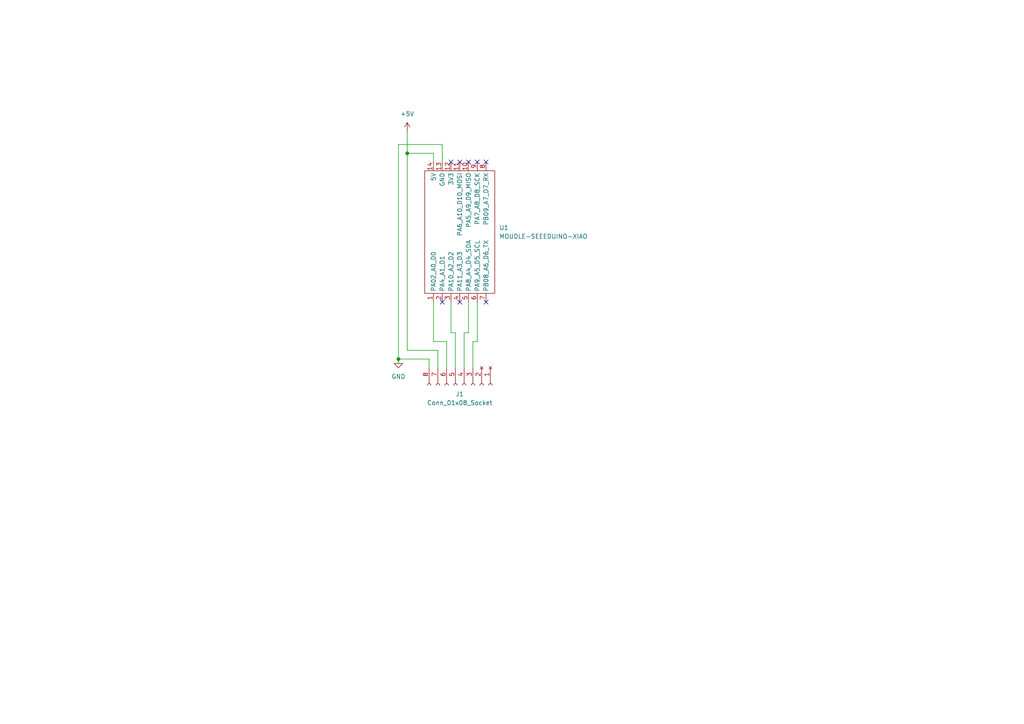
<source format=kicad_sch>
(kicad_sch (version 20231120) (generator "eeschema") (generator_version "8.0")
  (paper "A4")
  (title_block (title "情碁 碁石") (date "2024-08-14") (rev "0.3") (company "合同会社もっけ技研") (comment 1 "設計者: 渥美清隆"))
  (lib_symbols
    (symbol "Connector:Conn_01x08_Socket" (pin_names (offset 1.016) hide)
      (property "Reference" "J1" (at 2.54 -1.27 90))
      (property "Value" "Conn_01x08_Socket" (at 5.08 -1.27 90))
      (symbol "Conn_01x08_Socket_1_1"
        (arc (start 0 -9.652) (mid -0.5058 -10.16) (end 0 -10.668) (stroke (width 0.1524)))
        (arc (start 0 -7.112) (mid -0.5058 -7.62) (end 0 -8.128) (stroke (width 0.1524)))
        (arc (start 0 -4.572) (mid -0.5058 -5.08) (end 0 -5.588) (stroke (width 0.1524)))
        (arc (start 0 -2.032) (mid -0.5058 -2.54) (end 0 -3.048) (stroke (width 0.1524)))
        (polyline (pts (xy -1.27 -10.16) (xy -0.508 -10.16)) (stroke (width 0.1524)))
        (polyline (pts (xy -1.27 -7.62) (xy -0.508 -7.62)) (stroke (width 0.1524)))
        (polyline (pts (xy -1.27 -5.08) (xy -0.508 -5.08)) (stroke (width 0.1524)))
        (polyline (pts (xy -1.27 -2.54) (xy -0.508 -2.54)) (stroke (width 0.1524)))
        (polyline (pts (xy -1.27 0) (xy -0.508 0)) (stroke (width 0.1524)))
        (polyline (pts (xy -1.27 2.54) (xy -0.508 2.54)) (stroke (width 0.1524)))
        (polyline (pts (xy -1.27 5.08) (xy -0.508 5.08)) (stroke (width 0.1524)))
        (polyline (pts (xy -1.27 7.62) (xy -0.508 7.62)) (stroke (width 0.1524)))
        (arc (start 0 0.508) (mid -0.5058 0) (end 0 -0.508) (stroke (width 0.1524)))
        (arc (start 0 3.048) (mid -0.5058 2.54) (end 0 2.032) (stroke (width 0.1524)))
        (arc (start 0 5.588) (mid -0.5058 5.08) (end 0 4.572) (stroke (width 0.1524)))
        (arc (start 0 8.128) (mid -0.5058 7.62) (end 0 7.112) (stroke (width 0.1524)))
        (pin no_connect line (at -5.08 7.62 0) (length 3.81) (name "Pin_1") (number "1"))
        (pin no_connect line (at -5.08 5.08 0) (length 3.81) (name "Pin_2") (number "2"))
        (pin input line (at -5.08 2.54 0) (length 3.81) (name "Pin_3") (number "3"))
        (pin bidirectional line (at -5.08 0 0) (length 3.81) (name "Pin_4") (number "4"))
        (pin output line (at -5.08 -2.54 0) (length 3.81) (name "Pin_5") (number "5"))
        (pin input line (at -5.08 -5.08 0) (length 3.81) (name "Pin_6") (number "6"))
        (pin power_out line (at -5.08 -7.62 0) (length 3.81) (name "Pin_7") (number "7"))
        (pin power_out line (at -5.08 -10.16 0) (length 3.81) (name "Pin_8") (number "8"))
      )
    )
    (symbol "MOUDLE-SEEEDUINO-XIAO:MOUDLE-SEEEDUINO-XIAO"
      (property "Reference" "U1" (at 2.5401 -11.43 90))
      (property "Value" "MOUDLE-SEEEDUINO-XIAO" (at 0.0001 -11.43 90))
      (symbol "MOUDLE-SEEEDUINO-XIAO_0_1"
        (rectangle (start -16.51 10.16) (end 19.05 -10.16))
      )
      (symbol "MOUDLE-SEEEDUINO-XIAO_1_1"
        (pin output line (at -19.05 7.62 0) (length 2.54) (name "PA02_A0_D0") (number "1"))
        (pin passive line (at 21.59 -2.54 180) (length 2.54) (name "PA5_A9_D9_MISO") (number "10"))
        (pin passive line (at 21.59 0 180) (length 2.54) (name "PA6_A10_D10_MOSI") (number "11"))
        (pin passive line (at 21.59 2.54 180) (length 2.54) (name "3V3") (number "12"))
        (pin input line (at 21.59 5.08 180) (length 2.54) (name "GND") (number "13"))
        (pin input line (at 21.59 7.62 180) (length 2.54) (name "5V") (number "14"))
        (pin passive line (at -19.05 5.08 0) (length 2.54) (name "PA4_A1_D1") (number "2"))
        (pin input line (at -19.05 2.54 0) (length 2.54) (name "PA10_A2_D2") (number "3"))
        (pin passive line (at -19.05 0 0) (length 2.54) (name "PA11_A3_D3") (number "4"))
        (pin bidirectional line (at -19.05 -2.54 0) (length 2.54) (name "PA8_A4_D4_SDA") (number "5"))
        (pin output line (at -19.05 -5.08 0) (length 2.54) (name "PA9_A5_D5_SCL") (number "6"))
        (pin passive line (at -19.05 -7.62 0) (length 2.54) (name "PB08_A6_D6_TX") (number "7"))
        (pin passive line (at 21.59 -7.62 180) (length 2.54) (name "PB09_A7_D7_RX") (number "8"))
        (pin passive line (at 21.59 -5.08 180) (length 2.54) (name "PA7_A8_D8_SCK") (number "9"))
      )
    )
    (symbol "power:+5V" (power) (pin_numbers hide) (pin_names (offset 0) hide)
      (property "Value" "+5V" (at 0 3.556 0))
      (symbol "+5V_0_1"
        (polyline (pts (xy -0.762 1.27) (xy 0 2.54)))
        (polyline (pts (xy 0 0) (xy 0 2.54)))
        (polyline (pts (xy 0 2.54) (xy 0.762 1.27)))
      )
      (symbol "+5V_1_1"
        (pin power_in line (at 0 0 90) (length 0) (name "~") (number "1"))
      )
    )
    (symbol "power:GND" (power) (pin_numbers hide) (pin_names (offset 0) hide)
      (property "Value" "GND" (at 0 -3.81 0))
      (symbol "GND_0_1"
        (polyline (pts (xy 0 0) (xy 0 -1.27) (xy 1.27 -1.27) (xy 0 -2.54) (xy -1.27 -1.27) (xy 0 -1.27)))
      )
      (symbol "GND_1_1"
        (pin power_in line (at 0 0 270) (length 0) (name "~") (number "1"))
      )
    )
  )
  (junction (at 115.57 104.14))
  (junction (at 118.11 44.45))
  (no_connect (at 138.43 46.99))
  (no_connect (at 140.97 87.63))
  (no_connect (at 140.97 46.99))
  (no_connect (at 133.35 46.99))
  (no_connect (at 135.89 46.99))
  (no_connect (at 133.35 87.63))
  (no_connect (at 128.27 87.63))
  (no_connect (at 130.81 46.99))
  (wire (pts (xy 125.73 87.63) (xy 125.73 99.06)))
  (wire (pts (xy 138.43 87.63) (xy 138.43 99.06)))
  (wire (pts (xy 127 101.6) (xy 127 106.68)))
  (wire (pts (xy 132.08 96.52) (xy 132.08 106.68)))
  (wire (pts (xy 125.73 44.45) (xy 118.11 44.45)))
  (wire (pts (xy 115.57 104.14) (xy 124.46 104.14)))
  (wire (pts (xy 130.81 87.63) (xy 130.81 96.52)))
  (wire (pts (xy 128.27 46.99) (xy 128.27 41.91)))
  (wire (pts (xy 134.62 96.52) (xy 134.62 106.68)))
  (wire (pts (xy 118.11 44.45) (xy 118.11 101.6)))
  (wire (pts (xy 129.54 99.06) (xy 129.54 106.68)))
  (wire (pts (xy 137.16 99.06) (xy 137.16 106.68)))
  (wire (pts (xy 135.89 96.52) (xy 134.62 96.52)))
  (wire (pts (xy 130.81 96.52) (xy 132.08 96.52)))
  (wire (pts (xy 124.46 104.14) (xy 124.46 106.68)))
  (wire (pts (xy 125.73 99.06) (xy 129.54 99.06)))
  (wire (pts (xy 135.89 87.63) (xy 135.89 96.52)))
  (wire (pts (xy 118.11 101.6) (xy 127 101.6)))
  (wire (pts (xy 128.27 41.91) (xy 115.57 41.91)))
  (wire (pts (xy 115.57 41.91) (xy 115.57 104.14)))
  (wire (pts (xy 125.73 46.99) (xy 125.73 44.45)))
  (wire (pts (xy 118.11 38.1) (xy 118.11 44.45)))
  (wire (pts (xy 138.43 99.06) (xy 137.16 99.06)))
  (symbol (lib_id "power:GND") (at 115.57 104.14 0) (unit 1)
    (property "Reference" "#PWR01" (effects (hide yes)))
    (property "Value" "GND" (at 115.57 109.22 0))
    (property "Description" "Power symbol creates a global label with name \"GND\" , ground" (effects (hide yes)))
  )
  (symbol (lib_id "power:+5V") (at 118.11 38.1 0) (unit 1)
    (property "Reference" "#PWR02" (effects (hide yes)))
    (property "Value" "+5V" (at 118.11 33.02 0))
    (property "Description" "Power symbol creates a global label with name \"+5V\"" (effects (hide yes)))
  )
  (symbol (lib_id "MOUDLE-SEEEDUINO-XIAO:MOUDLE-SEEEDUINO-XIAO") (at 133.35 68.58 90) (unit 1)
    (property "Reference" "U1" (at 144.78 66.0399 90) (effects (justify right)))
    (property "Value" "MOUDLE-SEEEDUINO-XIAO" (at 144.78 68.5799 90) (effects (justify right)))
    (property "Footprint" "XIAO_PCB:MOUDLE14P-2.54-21X17.8MM" (effects (hide yes)))
  )
  (symbol (lib_id "Connector:Conn_01x08_Socket") (at 134.62 111.76 270) (unit 1)
    (property "Reference" "J1" (at 133.35 114.3 90))
    (property "Value" "Conn_01x08_Socket" (at 133.35 116.84 90))
    (property "Footprint" "Connector_PinSocket_2.54mm:PinSocket_1x08_P2.54mm_Vertical" (effects (hide yes)))
    (property "Description" "Generic connector, single row, 01x08, script generated" (effects (hide yes)))
  )
)
</source>
